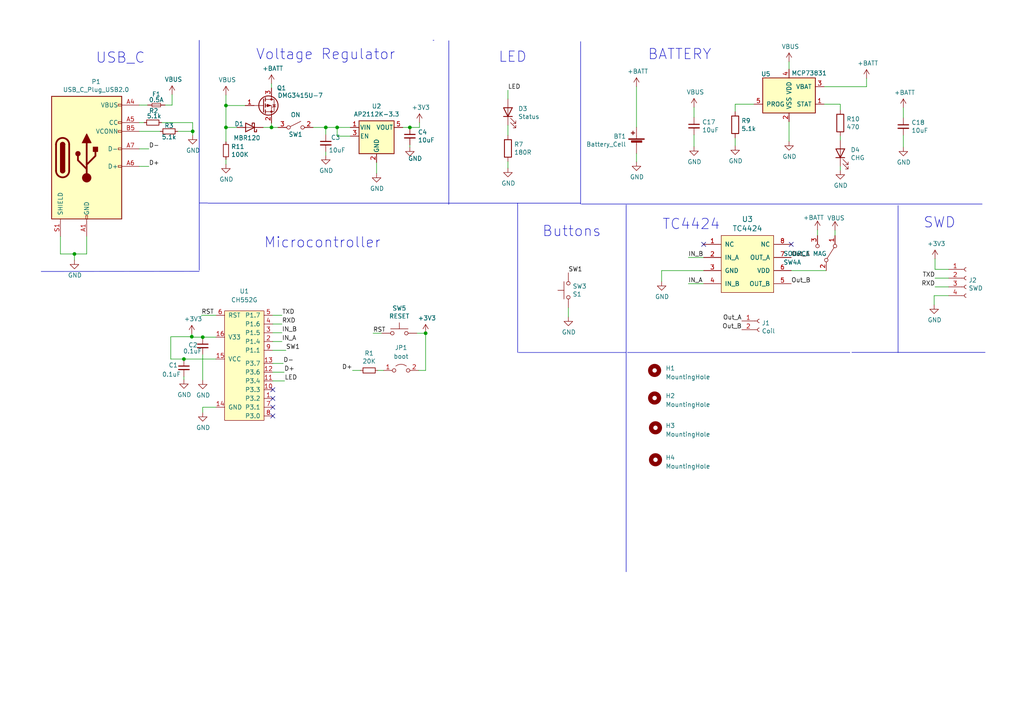
<source format=kicad_sch>
(kicad_sch (version 20230121) (generator eeschema)
  (paper "A4")
  (lib_symbols
    (symbol "Battery_Management:MCP73831-2-OT" (pin_names (offset 1.016))
      (property "Reference" "U" (at -7.62 6.35 0))
      (property "Value" "MCP73831-2-OT" (at 1.27 6.35 0))
      (symbol "MCP73831-2-OT_0_1"
        (rectangle (start -7.62 5.08) (end 7.62 -5.08) (stroke (width 0.254)) (fill (type background)))
      )
      (symbol "MCP73831-2-OT_1_1"
        (pin output line (at 10.16 -2.54 180) (length 2.54) (name "STAT") (number "1"))
        (pin power_in line (at 0 -7.62 90) (length 2.54) (name "VSS") (number "2"))
        (pin power_out line (at 10.16 2.54 180) (length 2.54) (name "VBAT") (number "3"))
        (pin power_in line (at 0 7.62 270) (length 2.54) (name "VDD") (number "4"))
        (pin input line (at -10.16 -2.54 0) (length 2.54) (name "PROG") (number "5"))
      )
    )
    (symbol "Connector:Conn_01x02_Female" (pin_names (offset 1.016) hide)
      (property "Reference" "J" (at 0 2.54 0))
      (property "Value" "Conn_01x02_Female" (at 0 -5.08 0))
      (symbol "Conn_01x02_Female_1_1"
        (arc (start 0 -2.032) (mid -0.5058 -2.54) (end 0 -3.048) (stroke (width 0.1524)))
        (polyline (pts (xy -1.27 -2.54) (xy -0.508 -2.54)) (stroke (width 0.1524)))
        (polyline (pts (xy -1.27 0) (xy -0.508 0)) (stroke (width 0.1524)))
        (arc (start 0 0.508) (mid -0.5058 0) (end 0 -0.508) (stroke (width 0.1524)))
        (pin passive line (at -5.08 0 0) (length 3.81) (name "Pin_1") (number "1"))
        (pin passive line (at -5.08 -2.54 0) (length 3.81) (name "Pin_2") (number "2"))
      )
    )
    (symbol "Connector:Conn_01x04_Female" (pin_names (offset 1.016) hide)
      (property "Reference" "J" (at 0 5.08 0))
      (property "Value" "Conn_01x04_Female" (at 0 -7.62 0))
      (symbol "Conn_01x04_Female_1_1"
        (arc (start 0 -4.572) (mid -0.5058 -5.08) (end 0 -5.588) (stroke (width 0.1524)))
        (arc (start 0 -2.032) (mid -0.5058 -2.54) (end 0 -3.048) (stroke (width 0.1524)))
        (polyline (pts (xy -1.27 -5.08) (xy -0.508 -5.08)) (stroke (width 0.1524)))
        (polyline (pts (xy -1.27 -2.54) (xy -0.508 -2.54)) (stroke (width 0.1524)))
        (polyline (pts (xy -1.27 0) (xy -0.508 0)) (stroke (width 0.1524)))
        (polyline (pts (xy -1.27 2.54) (xy -0.508 2.54)) (stroke (width 0.1524)))
        (arc (start 0 0.508) (mid -0.5058 0) (end 0 -0.508) (stroke (width 0.1524)))
        (arc (start 0 3.048) (mid -0.5058 2.54) (end 0 2.032) (stroke (width 0.1524)))
        (pin passive line (at -5.08 2.54 0) (length 3.81) (name "Pin_1") (number "1"))
        (pin passive line (at -5.08 0 0) (length 3.81) (name "Pin_2") (number "2"))
        (pin passive line (at -5.08 -2.54 0) (length 3.81) (name "Pin_3") (number "3"))
        (pin passive line (at -5.08 -5.08 0) (length 3.81) (name "Pin_4") (number "4"))
      )
    )
    (symbol "Connector:USB_C_Plug_USB2.0" (pin_names (offset 1.016))
      (property "Reference" "P" (at -10.16 19.05 0))
      (property "Value" "USB_C_Plug_USB2.0" (at 12.7 19.05 0))
      (symbol "USB_C_Plug_USB2.0_0_0"
        (rectangle (start -0.254 -17.78) (end 0.254 -16.764))
        (rectangle (start 10.16 -2.286) (end 9.144 -2.794))
        (rectangle (start 10.16 2.794) (end 9.144 2.286))
        (rectangle (start 10.16 7.874) (end 9.144 7.366))
        (rectangle (start 10.16 10.414) (end 9.144 9.906))
        (rectangle (start 10.16 15.494) (end 9.144 14.986))
      )
      (symbol "USB_C_Plug_USB2.0_0_1"
        (rectangle (start -10.16 17.78) (end 10.16 -17.78) (stroke (width 0.254)) (fill (type background)))
        (arc (start -8.89 -3.81) (mid -6.985 -5.7067) (end -5.08 -3.81) (stroke (width 0.508)))
        (arc (start -7.62 -3.81) (mid -6.985 -4.4423) (end -6.35 -3.81) (stroke (width 0.254)))
        (arc (start -7.62 -3.81) (mid -6.985 -4.4423) (end -6.35 -3.81) (stroke (width 0.254)) (fill (type outline)))
        (rectangle (start -7.62 -3.81) (end -6.35 3.81) (stroke (width 0.254)) (fill (type outline)))
        (arc (start -6.35 3.81) (mid -6.985 4.4423) (end -7.62 3.81) (stroke (width 0.254)))
        (arc (start -6.35 3.81) (mid -6.985 4.4423) (end -7.62 3.81) (stroke (width 0.254)) (fill (type outline)))
        (arc (start -5.08 3.81) (mid -6.985 5.7067) (end -8.89 3.81) (stroke (width 0.508)))
        (circle (center -2.54 1.143) (radius 0.635) (stroke (width 0.254)) (fill (type outline)))
        (circle (center 0 -5.842) (radius 1.27) (fill (type outline)))
        (polyline (pts (xy -8.89 -3.81) (xy -8.89 3.81)) (stroke (width 0.508)))
        (polyline (pts (xy -5.08 3.81) (xy -5.08 -3.81)) (stroke (width 0.508)))
        (polyline (pts (xy 0 -5.842) (xy 0 4.318)) (stroke (width 0.508)))
        (polyline (pts (xy 0 -3.302) (xy -2.54 -0.762) (xy -2.54 0.508)) (stroke (width 0.508)))
        (polyline (pts (xy 0 -2.032) (xy 2.54 0.508) (xy 2.54 1.778)) (stroke (width 0.508)))
        (polyline (pts (xy -1.27 4.318) (xy 0 6.858) (xy 1.27 4.318) (xy -1.27 4.318)) (stroke (width 0.254)) (fill (type outline)))
        (rectangle (start 1.905 1.778) (end 3.175 3.048) (stroke (width 0.254)) (fill (type outline)))
      )
      (symbol "USB_C_Plug_USB2.0_1_1"
        (pin passive line (at 0 -22.86 90) (length 5.08) (name "GND") (number "A1"))
        (pin passive line (at 0 -22.86 90) (length 5.08) hide (name "GND") (number "A12"))
        (pin passive line (at 15.24 15.24 180) (length 5.08) (name "VBUS") (number "A4"))
        (pin bidirectional line (at 15.24 10.16 180) (length 5.08) (name "CC") (number "A5"))
        (pin bidirectional line (at 15.24 -2.54 180) (length 5.08) (name "D+") (number "A6"))
        (pin bidirectional line (at 15.24 2.54 180) (length 5.08) (name "D-") (number "A7"))
        (pin passive line (at 15.24 15.24 180) (length 5.08) hide (name "VBUS") (number "A9"))
        (pin passive line (at 0 -22.86 90) (length 5.08) hide (name "GND") (number "B1"))
        (pin passive line (at 0 -22.86 90) (length 5.08) hide (name "GND") (number "B12"))
        (pin passive line (at 15.24 15.24 180) (length 5.08) hide (name "VBUS") (number "B4"))
        (pin bidirectional line (at 15.24 7.62 180) (length 5.08) (name "VCONN") (number "B5"))
        (pin passive line (at 15.24 15.24 180) (length 5.08) hide (name "VBUS") (number "B9"))
        (pin passive line (at -7.62 -22.86 90) (length 5.08) (name "SHIELD") (number "S1"))
      )
    )
    (symbol "Device:Battery_Cell" (pin_numbers hide) (pin_names (offset 0) hide)
      (property "Reference" "BT" (at 2.54 2.54 0))
      (property "Value" "Battery_Cell" (at 2.54 0 0))
      (symbol "Battery_Cell_0_1"
        (rectangle (start -2.286 1.778) (end 2.286 1.524) (fill (type outline)))
        (rectangle (start -1.5748 1.1938) (end 1.4732 0.6858) (fill (type outline)))
        (polyline (pts (xy 0 0.762) (xy 0 0)))
        (polyline (pts (xy 0 1.778) (xy 0 2.54)))
        (polyline (pts (xy 0.508 3.429) (xy 1.524 3.429)) (stroke (width 0.254)))
        (polyline (pts (xy 1.016 3.937) (xy 1.016 2.921)) (stroke (width 0.254)))
      )
      (symbol "Battery_Cell_1_1"
        (pin passive line (at 0 5.08 270) (length 2.54) (name "+") (number "1"))
        (pin passive line (at 0 -2.54 90) (length 2.54) (name "-") (number "2"))
      )
    )
    (symbol "Device:C_Small" (pin_numbers hide) (pin_names (offset 0.254) hide)
      (property "Reference" "C" (at 0.254 1.778 0))
      (property "Value" "C_Small" (at 0.254 -2.032 0))
      (symbol "C_Small_0_1"
        (polyline (pts (xy -1.524 -0.508) (xy 1.524 -0.508)) (stroke (width 0.3302)))
        (polyline (pts (xy -1.524 0.508) (xy 1.524 0.508)) (stroke (width 0.3048)))
      )
      (symbol "C_Small_1_1"
        (pin passive line (at 0 2.54 270) (length 2.032) (name "~") (number "1"))
        (pin passive line (at 0 -2.54 90) (length 2.032) (name "~") (number "2"))
      )
    )
    (symbol "Device:Fuse_Small" (pin_numbers hide) (pin_names (offset 0.254) hide)
      (property "Reference" "F" (at 0 -1.524 0))
      (property "Value" "Fuse_Small" (at 0 1.524 0))
      (symbol "Fuse_Small_0_1"
        (rectangle (start -1.27 0.508) (end 1.27 -0.508))
        (polyline (pts (xy -1.27 0) (xy 1.27 0)))
      )
      (symbol "Fuse_Small_1_1"
        (pin passive line (at -2.54 0 0) (length 1.27) (name "~") (number "1"))
        (pin passive line (at 2.54 0 180) (length 1.27) (name "~") (number "2"))
      )
    )
    (symbol "Device:LED" (pin_numbers hide) (pin_names (offset 1.016) hide)
      (property "Reference" "D" (at 0 2.54 0))
      (property "Value" "LED" (at 0 -2.54 0))
      (symbol "LED_0_1"
        (polyline (pts (xy -1.27 -1.27) (xy -1.27 1.27)) (stroke (width 0.254)))
        (polyline (pts (xy -1.27 0) (xy 1.27 0)))
        (polyline (pts (xy 1.27 -1.27) (xy 1.27 1.27) (xy -1.27 0) (xy 1.27 -1.27)) (stroke (width 0.254)))
        (polyline (pts (xy -3.048 -0.762) (xy -4.572 -2.286) (xy -3.81 -2.286) (xy -4.572 -2.286) (xy -4.572 -1.524)))
        (polyline (pts (xy -1.778 -0.762) (xy -3.302 -2.286) (xy -2.54 -2.286) (xy -3.302 -2.286) (xy -3.302 -1.524)))
      )
      (symbol "LED_1_1"
        (pin passive line (at -3.81 0 0) (length 2.54) (name "K") (number "1"))
        (pin passive line (at 3.81 0 180) (length 2.54) (name "A") (number "2"))
      )
    )
    (symbol "Device:Q_PMOS_GSD" (pin_names (offset 0) hide)
      (property "Reference" "Q" (at 5.08 1.27 0))
      (property "Value" "Q_PMOS_GSD" (at 5.08 -1.27 0))
      (symbol "Q_PMOS_GSD_0_1"
        (polyline (pts (xy 0.254 0) (xy -2.54 0)))
        (polyline (pts (xy 0.254 1.905) (xy 0.254 -1.905)) (stroke (width 0.254)))
        (polyline (pts (xy 0.762 -1.27) (xy 0.762 -2.286)) (stroke (width 0.254)))
        (polyline (pts (xy 0.762 0.508) (xy 0.762 -0.508)) (stroke (width 0.254)))
        (polyline (pts (xy 0.762 2.286) (xy 0.762 1.27)) (stroke (width 0.254)))
        (polyline (pts (xy 2.54 2.54) (xy 2.54 1.778)))
        (polyline (pts (xy 2.54 -2.54) (xy 2.54 0) (xy 0.762 0)))
        (polyline (pts (xy 0.762 1.778) (xy 3.302 1.778) (xy 3.302 -1.778) (xy 0.762 -1.778)))
        (polyline (pts (xy 2.286 0) (xy 1.27 0.381) (xy 1.27 -0.381) (xy 2.286 0)) (fill (type outline)))
        (polyline (pts (xy 2.794 -0.508) (xy 2.921 -0.381) (xy 3.683 -0.381) (xy 3.81 -0.254)))
        (polyline (pts (xy 3.302 -0.381) (xy 2.921 0.254) (xy 3.683 0.254) (xy 3.302 -0.381)))
        (circle (center 1.651 0) (radius 2.794) (stroke (width 0.254)))
        (circle (center 2.54 -1.778) (radius 0.254) (fill (type outline)))
        (circle (center 2.54 1.778) (radius 0.254) (fill (type outline)))
      )
      (symbol "Q_PMOS_GSD_1_1"
        (pin input line (at -5.08 0 0) (length 2.54) (name "G") (number "1"))
        (pin passive line (at 2.54 -5.08 90) (length 2.54) (name "S") (number "2"))
        (pin passive line (at 2.54 5.08 270) (length 2.54) (name "D") (number "3"))
      )
    )
    (symbol "Device:R" (pin_numbers hide) (pin_names (offset 0))
      (property "Reference" "R" (at 2.032 0 90))
      (property "Value" "R" (at 0 0 90))
      (symbol "R_0_1"
        (rectangle (start -1.016 -2.54) (end 1.016 2.54) (stroke (width 0.254)))
      )
      (symbol "R_1_1"
        (pin passive line (at 0 3.81 270) (length 1.27) (name "~") (number "1"))
        (pin passive line (at 0 -3.81 90) (length 1.27) (name "~") (number "2"))
      )
    )
    (symbol "Device:R_Small" (pin_numbers hide) (pin_names (offset 0.254) hide)
      (property "Reference" "R" (at 0.762 0.508 0))
      (property "Value" "R_Small" (at 0.762 -1.016 0))
      (symbol "R_Small_0_1"
        (rectangle (start -0.762 1.778) (end 0.762 -1.778) (stroke (width 0.2032)))
      )
      (symbol "R_Small_1_1"
        (pin passive line (at 0 2.54 270) (length 0.762) (name "~") (number "1"))
        (pin passive line (at 0 -2.54 90) (length 0.762) (name "~") (number "2"))
      )
    )
    (symbol "Diode:MBR340" (pin_numbers hide) (pin_names (offset 1.016) hide)
      (property "Reference" "D" (at 0 2.54 0))
      (property "Value" "MBR340" (at 0 -2.54 0))
      (symbol "MBR340_0_1"
        (polyline (pts (xy 1.27 0) (xy -1.27 0)))
        (polyline (pts (xy 1.27 1.27) (xy 1.27 -1.27) (xy -1.27 0) (xy 1.27 1.27)) (stroke (width 0.254)))
        (polyline (pts (xy -1.905 0.635) (xy -1.905 1.27) (xy -1.27 1.27) (xy -1.27 -1.27) (xy -0.635 -1.27) (xy -0.635 -0.635)) (stroke (width 0.254)))
      )
      (symbol "MBR340_1_1"
        (pin passive line (at -3.81 0 0) (length 2.54) (name "K") (number "1"))
        (pin passive line (at 3.81 0 180) (length 2.54) (name "A") (number "2"))
      )
    )
    (symbol "HunterCat-NFC-rescue:AP2112K-3.3-Regulator_Linear" (pin_names (offset 0.254))
      (property "Reference" "U" (at -5.08 5.715 0))
      (property "Value" "AP2112K-3.3-Regulator_Linear" (at 0 5.715 0))
      (symbol "AP2112K-3.3-Regulator_Linear_0_1"
        (rectangle (start -5.08 4.445) (end 5.08 -5.08) (stroke (width 0.254)) (fill (type background)))
      )
      (symbol "AP2112K-3.3-Regulator_Linear_1_1"
        (pin power_in line (at -7.62 2.54 0) (length 2.54) (name "VIN") (number "1"))
        (pin power_in line (at 0 -7.62 90) (length 2.54) (name "GND") (number "2"))
        (pin input line (at -7.62 0 0) (length 2.54) (name "EN") (number "3"))
        (pin no_connect line (at 7.62 0 180) (length 2.54) hide (name "NC") (number "4"))
        (pin power_out line (at 7.62 2.54 180) (length 2.54) (name "VOUT") (number "5"))
      )
    )
    (symbol "Jumper:Jumper_2_Open" (pin_names (offset 0) hide)
      (property "Reference" "JP" (at 0 2.794 0))
      (property "Value" "Jumper_2_Open" (at 0 -2.286 0))
      (symbol "Jumper_2_Open_0_0"
        (circle (center -2.032 0) (radius 0.508))
        (circle (center 2.032 0) (radius 0.508))
      )
      (symbol "Jumper_2_Open_0_1"
        (arc (start 1.524 1.27) (mid 0 1.778) (end -1.524 1.27))
      )
      (symbol "Jumper_2_Open_1_1"
        (pin passive line (at -5.08 0 0) (length 2.54) (name "A") (number "1"))
        (pin passive line (at 5.08 0 180) (length 2.54) (name "B") (number "2"))
      )
    )
    (symbol "Magspoof_V3-rescue:TC4424-electroniccats" (pin_names (offset 1.016))
      (property "Reference" "U" (at -7.62 10.16 0))
      (property "Value" "TC4424-electroniccats" (at 3.81 10.16 0))
      (symbol "TC4424-electroniccats_0_1"
        (rectangle (start -7.62 8.89) (end 7.62 -7.62) (fill (type background)))
      )
      (symbol "TC4424-electroniccats_1_1"
        (pin input line (at -12.7 6.35 0) (length 5.08) (name "NC") (number "1"))
        (pin input line (at -12.7 2.54 0) (length 5.08) (name "IN_A") (number "2"))
        (pin input line (at -12.7 -1.27 0) (length 5.08) (name "GND") (number "3"))
        (pin input line (at -12.7 -5.08 0) (length 5.08) (name "IN_B") (number "4"))
        (pin input line (at 12.7 -5.08 180) (length 5.08) (name "OUT_B") (number "5"))
        (pin input line (at 12.7 -1.27 180) (length 5.08) (name "VDD") (number "6"))
        (pin input line (at 12.7 2.54 180) (length 5.08) (name "OUT_A") (number "7"))
        (pin input line (at 12.7 6.35 180) (length 5.08) (name "NC") (number "8"))
      )
    )
    (symbol "Mechanical:MountingHole" (pin_names (offset 1.016))
      (property "Reference" "H" (at 0 5.08 0))
      (property "Value" "MountingHole" (at 0 3.175 0))
      (symbol "MountingHole_0_1"
        (circle (center 0 0) (radius 1.27) (stroke (width 1.27)))
      )
    )
    (symbol "Switch:SW_DPDT_x2" (pin_names (offset 0) hide)
      (property "Reference" "SW" (at 0 4.318 0))
      (property "Value" "SW_DPDT_x2" (at 0 -5.08 0))
      (symbol "SW_DPDT_x2_0_0"
        (circle (center -2.032 0) (radius 0.508))
        (circle (center 2.032 -2.54) (radius 0.508))
      )
      (symbol "SW_DPDT_x2_0_1"
        (polyline (pts (xy -1.524 0.254) (xy 1.651 2.286)))
        (circle (center 2.032 2.54) (radius 0.508))
      )
      (symbol "SW_DPDT_x2_1_1"
        (pin passive line (at 5.08 2.54 180) (length 2.54) (name "A") (number "1"))
        (pin passive line (at -5.08 0 0) (length 2.54) (name "B") (number "2"))
        (pin passive line (at 5.08 -2.54 180) (length 2.54) (name "C") (number "3"))
      )
      (symbol "SW_DPDT_x2_2_1"
        (pin passive line (at 5.08 2.54 180) (length 2.54) (name "A") (number "4"))
        (pin passive line (at -5.08 0 0) (length 2.54) (name "B") (number "5"))
        (pin passive line (at 5.08 -2.54 180) (length 2.54) (name "C") (number "6"))
      )
    )
    (symbol "Switch:SW_Push" (pin_numbers hide) (pin_names (offset 1.016) hide)
      (property "Reference" "SW" (at 1.27 2.54 0))
      (property "Value" "SW_Push" (at 0 -1.524 0))
      (symbol "SW_Push_0_1"
        (circle (center -2.032 0) (radius 0.508))
        (polyline (pts (xy 0 1.27) (xy 0 3.048)))
        (polyline (pts (xy 2.54 1.27) (xy -2.54 1.27)))
        (circle (center 2.032 0) (radius 0.508))
        (pin passive line (at -5.08 0 0) (length 2.54) (name "1") (number "1"))
        (pin passive line (at 5.08 0 180) (length 2.54) (name "2") (number "2"))
      )
    )
    (symbol "Switch:SW_SPST" (pin_names (offset 0) hide)
      (property "Reference" "SW1" (at 0 -2.032 0))
      (property "Value" "ON" (at 0 3.6576 0))
      (symbol "SW_SPST_0_0"
        (circle (center -2.032 0) (radius 0.508))
        (polyline (pts (xy -1.524 0.254) (xy 1.524 1.778)))
        (circle (center 2.032 0) (radius 0.508))
      )
      (symbol "SW_SPST_1_1"
        (pin passive line (at 5.08 0 180) (length 2.54) (name "B") (number "2"))
        (pin passive line (at -5.08 0 0) (length 2.54) (name "A") (number "3"))
      )
    )
    (symbol "electroniccats:CH552G" (pin_names (offset 1.016))
      (property "Reference" "U?" (at 0.635 12.065 0))
      (property "Value" "CH552G" (at 0.635 9.525 0))
      (symbol "CH552G_0_1"
        (rectangle (start -5.08 6.35) (end 6.35 -25.4) (fill (type background)))
      )
      (symbol "CH552G_1_1"
        (pin input line (at 8.89 -19.05 180) (length 2.54) (name "P3.2") (number "1"))
        (pin input line (at 8.89 -16.51 180) (length 2.54) (name "P3.3") (number "10"))
        (pin input line (at 8.89 -13.97 180) (length 2.54) (name "P3.4") (number "11"))
        (pin input line (at 8.89 -11.43 180) (length 2.54) (name "P3.6") (number "12"))
        (pin input line (at 8.89 -8.89 180) (length 2.54) (name "P3.7") (number "13"))
        (pin input line (at -7.62 -21.59 0) (length 2.54) (name "GND") (number "14"))
        (pin input line (at -7.62 -7.62 0) (length 2.54) (name "VCC") (number "15"))
        (pin input line (at -7.62 -1.27 0) (length 2.54) (name "V33") (number "16"))
        (pin input line (at 8.89 -2.54 180) (length 2.54) (name "P1.4") (number "2"))
        (pin input line (at 8.89 0 180) (length 2.54) (name "P1.5") (number "3"))
        (pin input line (at 8.89 2.54 180) (length 2.54) (name "P1.6") (number "4"))
        (pin input line (at 8.89 5.08 180) (length 2.54) (name "P1.7") (number "5"))
        (pin input line (at -7.62 5.08 0) (length 2.54) (name "RST") (number "6"))
        (pin input line (at 8.89 -21.59 180) (length 2.54) (name "P3.1") (number "7"))
        (pin input line (at 8.89 -24.13 180) (length 2.54) (name "P3.0") (number "8"))
        (pin input line (at 8.89 -5.08 180) (length 2.54) (name "P1.1") (number "9"))
      )
    )
    (symbol "power:+3V3" (power) (pin_names (offset 0))
      (property "Value" "+3V3" (at 0 3.556 0))
      (symbol "+3V3_0_1"
        (polyline (pts (xy -0.762 1.27) (xy 0 2.54)))
        (polyline (pts (xy 0 0) (xy 0 2.54)))
        (polyline (pts (xy 0 2.54) (xy 0.762 1.27)))
      )
      (symbol "+3V3_1_1"
        (pin power_in line (at 0 0 90) (length 0) hide (name "+3V3") (number "1"))
      )
    )
    (symbol "power:+BATT" (power) (pin_names (offset 0))
      (property "Value" "+BATT" (at 0 3.556 0))
      (symbol "+BATT_0_1"
        (polyline (pts (xy -0.762 1.27) (xy 0 2.54)))
        (polyline (pts (xy 0 0) (xy 0 2.54)))
        (polyline (pts (xy 0 2.54) (xy 0.762 1.27)))
      )
      (symbol "+BATT_1_1"
        (pin power_in line (at 0 0 90) (length 0) hide (name "+BATT") (number "1"))
      )
    )
    (symbol "power:GND" (power) (pin_names (offset 0))
      (property "Value" "GND" (at 0 -3.81 0))
      (symbol "GND_0_1"
        (polyline (pts (xy 0 0) (xy 0 -1.27) (xy 1.27 -1.27) (xy 0 -2.54) (xy -1.27 -1.27) (xy 0 -1.27)))
      )
      (symbol "GND_1_1"
        (pin power_in line (at 0 0 270) (length 0) hide (name "GND") (number "1"))
      )
    )
    (symbol "power:VBUS" (power) (pin_names (offset 0))
      (property "Value" "VBUS" (at 0 3.81 0))
      (symbol "VBUS_0_1"
        (polyline (pts (xy -0.762 1.27) (xy 0 2.54)))
        (polyline (pts (xy 0 0) (xy 0 2.54)))
        (polyline (pts (xy 0 2.54) (xy 0.762 1.27)))
      )
      (symbol "VBUS_1_1"
        (pin power_in line (at 0 0 90) (length 0) hide (name "VBUS") (number "1"))
      )
    )
  )
  (junction (at 78.74 36.957))
  (junction (at 94.488 36.957))
  (junction (at 97.79 36.957))
  (junction (at 58.801 97.79))
  (junction (at 21.59 73.66))
  (junction (at 118.872 36.957))
  (junction (at 123.444 96.647))
  (junction (at 55.88 38.1))
  (junction (at 65.532 30.607))
  (junction (at 55.626 97.663))
  (junction (at 53.34 104.14))
  (junction (at 65.532 36.957))
  (no_connect (at 79.121 120.65))
  (no_connect (at 79.121 113.03))
  (no_connect (at 204.089 70.866))
  (no_connect (at 79.121 115.57))
  (no_connect (at 229.489 70.866))
  (no_connect (at 79.121 118.11))
  (wire (pts (xy 65.532 36.957) (xy 65.532 41.148)))
  (wire (pts (xy 78.74 25.527) (xy 78.74 24.257)))
  (wire (pts (xy 49.53 97.663) (xy 55.626 97.663)))
  (wire (pts (xy 78.74 36.957) (xy 76.327 36.957)))
  (wire (pts (xy 121.666 36.957) (xy 121.666 35.56)))
  (wire (pts (xy 201.295 31.115) (xy 201.295 34.036)))
  (wire (pts (xy 184.6072 25.0952) (xy 184.6072 36.9062)))
  (wire (pts (xy 97.79 36.957) (xy 101.6 36.957)))
  (wire (pts (xy 199.644 82.296) (xy 204.089 82.296)))
  (wire (pts (xy 243.713 39.497) (xy 243.713 40.64)))
  (wire (pts (xy 55.88 38.1) (xy 55.88 39.243)))
  (wire (pts (xy 147.32 36.322) (xy 147.32 39.243)))
  (wire (pts (xy 116.84 36.957) (xy 118.872 36.957)))
  (polyline (pts (xy 181.61 102.362) (xy 181.61 165.8366)))
  (wire (pts (xy 229.489 78.486) (xy 239.649 78.486)))
  (wire (pts (xy 65.532 30.607) (xy 65.532 27.559)))
  (wire (pts (xy 79.121 101.6) (xy 82.931 101.6)))
  (wire (pts (xy 228.854 17.907) (xy 228.854 20.066)))
  (wire (pts (xy 123.444 107.442) (xy 123.444 96.647)))
  (wire (pts (xy 49.911 30.48) (xy 49.911 27.432)))
  (wire (pts (xy 270.9418 88.4174) (xy 270.9418 85.7504)))
  (wire (pts (xy 46.863 35.56) (xy 55.88 35.56)))
  (wire (pts (xy 147.32 46.863) (xy 147.32 48.768)))
  (polyline (pts (xy 247.0658 102.2096) (xy 285.7246 102.2096)))
  (wire (pts (xy 120.904 96.647) (xy 123.444 96.647)))
  (wire (pts (xy 164.846 91.948) (xy 164.846 89.281)))
  (wire (pts (xy 43.18 43.18) (xy 40.386 43.18)))
  (wire (pts (xy 79.121 105.41) (xy 82.169 105.41)))
  (wire (pts (xy 97.79 39.497) (xy 97.79 36.957)))
  (wire (pts (xy 79.121 93.98) (xy 81.788 93.98)))
  (wire (pts (xy 121.412 107.442) (xy 123.444 107.442)))
  (wire (pts (xy 49.53 97.663) (xy 49.53 104.14)))
  (wire (pts (xy 191.897 78.486) (xy 204.089 78.486)))
  (wire (pts (xy 94.488 36.957) (xy 97.79 36.957)))
  (wire (pts (xy 243.713 48.26) (xy 243.713 49.403)))
  (wire (pts (xy 65.532 46.228) (xy 65.532 47.625)))
  (wire (pts (xy 213.233 30.226) (xy 213.233 32.385)))
  (wire (pts (xy 97.79 39.497) (xy 101.6 39.497)))
  (wire (pts (xy 201.295 39.116) (xy 201.295 42.545)))
  (wire (pts (xy 118.872 42.037) (xy 118.872 42.672)))
  (wire (pts (xy 228.854 35.306) (xy 228.854 41.021)))
  (wire (pts (xy 80.645 36.957) (xy 78.74 36.957)))
  (wire (pts (xy 275.1328 78.1304) (xy 271.1958 78.1304)))
  (wire (pts (xy 68.707 36.957) (xy 65.532 36.957)))
  (polyline (pts (xy 168.402 58.928) (xy 60.325 58.928)))
  (wire (pts (xy 251.333 22.733) (xy 251.333 25.146)))
  (wire (pts (xy 118.872 36.957) (xy 121.666 36.957)))
  (polyline (pts (xy 260.477 102.2604) (xy 260.477 59.5884)))
  (wire (pts (xy 237.109 66.675) (xy 237.109 68.326)))
  (wire (pts (xy 271.1958 78.1304) (xy 271.1958 75.0824)))
  (polyline (pts (xy 150.368 102.235) (xy 181.61 102.235)))
  (wire (pts (xy 21.59 73.66) (xy 21.59 75.438)))
  (polyline (pts (xy 150.1394 102.235) (xy 150.1394 58.928)))
  (wire (pts (xy 79.121 110.49) (xy 82.55 110.49)))
  (wire (pts (xy 55.626 97.79) (xy 58.801 97.79)))
  (wire (pts (xy 102.235 107.442) (xy 104.521 107.442)))
  (polyline (pts (xy 57.785 78.6892) (xy 11.938 78.74)))
  (wire (pts (xy 46.482 38.1) (xy 40.386 38.1)))
  (polyline (pts (xy 181.991 102.235) (xy 246.507 102.235)))
  (polyline (pts (xy 168.656 59.182) (xy 284.861 59.182)))
  (wire (pts (xy 17.526 68.58) (xy 17.526 73.66)))
  (wire (pts (xy 53.34 109.22) (xy 53.34 110.109)))
  (wire (pts (xy 25.146 68.58) (xy 25.146 73.66)))
  (wire (pts (xy 147.32 26.162) (xy 147.32 28.702)))
  (wire (pts (xy 184.6072 46.9392) (xy 184.6072 44.5262)))
  (wire (pts (xy 55.626 97.663) (xy 55.626 96.901)))
  (polyline (pts (xy 150.1394 58.928) (xy 150.114 58.928)))
  (wire (pts (xy 262.001 31.242) (xy 262.001 34.163)))
  (wire (pts (xy 17.526 73.66) (xy 21.59 73.66)))
  (wire (pts (xy 79.121 91.44) (xy 81.788 91.44)))
  (polyline (pts (xy 130.175 59.309) (xy 130.175 11.811)))
  (polyline (pts (xy 125.603 11.684) (xy 125.857 11.684)))
  (wire (pts (xy 199.644 74.676) (xy 204.089 74.676)))
  (wire (pts (xy 270.9418 85.7504) (xy 275.1328 85.7504)))
  (wire (pts (xy 251.333 25.146) (xy 239.014 25.146)))
  (wire (pts (xy 78.74 35.687) (xy 78.74 36.957)))
  (polyline (pts (xy 57.785 58.8772) (xy 60.2234 58.8772)))
  (wire (pts (xy 43.18 48.26) (xy 40.386 48.26)))
  (wire (pts (xy 109.601 107.442) (xy 111.252 107.442)))
  (wire (pts (xy 62.611 97.79) (xy 58.801 97.79)))
  (wire (pts (xy 243.713 30.226) (xy 239.014 30.226)))
  (wire (pts (xy 79.121 96.52) (xy 81.788 96.52)))
  (wire (pts (xy 58.801 118.11) (xy 58.801 119.634)))
  (wire (pts (xy 53.34 104.14) (xy 49.53 104.14)))
  (wire (pts (xy 62.611 91.44) (xy 58.42 91.44)))
  (wire (pts (xy 271.1958 80.6704) (xy 275.1328 80.6704)))
  (wire (pts (xy 90.805 36.957) (xy 94.488 36.957)))
  (wire (pts (xy 51.562 38.1) (xy 55.88 38.1)))
  (wire (pts (xy 109.22 47.117) (xy 109.22 50.292)))
  (polyline (pts (xy 168.402 59.182) (xy 168.402 12.065)))
  (wire (pts (xy 62.611 104.14) (xy 53.34 104.14)))
  (wire (pts (xy 275.1328 83.2104) (xy 271.1958 83.2104)))
  (wire (pts (xy 40.386 35.56) (xy 41.783 35.56)))
  (wire (pts (xy 94.488 38.989) (xy 94.488 36.957)))
  (wire (pts (xy 110.744 96.647) (xy 108.204 96.647)))
  (wire (pts (xy 242.189 66.802) (xy 242.189 68.326)))
  (wire (pts (xy 58.801 102.87) (xy 58.801 110.236)))
  (polyline (pts (xy 181.61 102.235) (xy 181.61 59.436)))
  (polyline (pts (xy 57.785 11.684) (xy 57.785 78.359)))
  (wire (pts (xy 62.611 118.11) (xy 58.801 118.11)))
  (wire (pts (xy 42.799 30.48) (xy 40.386 30.48)))
  (wire (pts (xy 243.713 31.877) (xy 243.713 30.226)))
  (wire (pts (xy 47.879 30.48) (xy 49.911 30.48)))
  (wire (pts (xy 25.146 73.66) (xy 21.59 73.66)))
  (wire (pts (xy 218.694 30.226) (xy 213.233 30.226)))
  (wire (pts (xy 55.626 97.79) (xy 55.626 97.663)))
  (wire (pts (xy 191.897 81.661) (xy 191.897 78.486)))
  (wire (pts (xy 94.488 44.069) (xy 94.488 45.085)))
  (wire (pts (xy 65.532 36.957) (xy 65.532 30.607)))
  (wire (pts (xy 55.88 35.56) (xy 55.88 38.1)))
  (wire (pts (xy 79.121 99.06) (xy 81.788 99.06)))
  (wire (pts (xy 262.001 39.243) (xy 262.001 42.672)))
  (wire (pts (xy 213.233 42.291) (xy 213.233 40.005)))
  (wire (pts (xy 71.12 30.607) (xy 65.532 30.607)))
  (wire (pts (xy 79.121 107.95) (xy 82.423 107.95)))
  (text "TC4424" (at 192.024 66.929 0) (effects (font (size 2.9972 2.9972)) (justify left bottom)))
  (text "Microcontroller" (at 76.5048 72.2376 0) (effects (font (size 2.9972 2.9972)) (justify left bottom)))
  (text "SWD" (at 267.7668 66.4464 0) (effects (font (size 2.9972 2.9972)) (justify left bottom)))
  (text "Buttons" (at 157.226 68.961 0) (effects (font (size 2.9972 2.9972)) (justify left bottom)))
  (text "USB_C" (at 27.686 18.669 0) (effects (font (size 2.9972 2.9972)) (justify left bottom)))
  (text "Voltage Regulator" (at 74.168 17.653 0) (effects (font (size 2.9972 2.9972)) (justify left bottom)))
  (text "LED" (at 144.526 18.415 0) (effects (font (size 2.9972 2.9972)) (justify left bottom)))
  (text "BATTERY\n" (at 187.833 17.653 0) (effects (font (size 2.9972 2.9972)) (justify left bottom)))
  (label "D-" (at 82.169 105.41 0))
  (label "IN_B" (at 81.788 96.52 0))
  (label "SW1" (at 82.931 101.6 0))
  (label "D+" (at 82.423 107.95 0))
  (label "LED" (at 82.55 110.49 0))
  (label "Out_A" (at 215.138 93.091 180))
  (label "RXD" (at 271.1958 83.2104 180))
  (label "LED" (at 147.32 26.162 0))
  (label "D+" (at 43.18 48.26 0))
  (label "IN_A" (at 199.644 82.296 0))
  (label "Out_A" (at 229.489 74.676 0))
  (label "D+" (at 102.235 107.442 180))
  (label "RST" (at 108.204 96.647 0))
  (label "D-" (at 43.18 43.18 0))
  (label "Out_B" (at 229.489 82.296 0))
  (label "SW1" (at 164.846 79.121 0))
  (label "TXD" (at 271.1958 80.6704 180))
  (label "RXD" (at 81.788 93.98 0))
  (label "RST" (at 58.42 91.44 0))
  (label "TXD" (at 81.788 91.44 0))
  (label "IN_A" (at 81.788 99.06 0))
  (label "Out_B" (at 215.138 95.631 180))
  (label "IN_B" (at 199.644 74.676 0))
  (symbol (lib_id "electroniccats:CH552G") (at 70.231 96.52 0) (unit 1)
    (property "Reference" "U1" (at 70.866 84.455 0))
    (property "Value" "CH552G" (at 70.866 86.995 0))
    (property "Footprint" "Package_SO:SOP-16_4.55x10.3mm_P1.27mm" (effects hide))
    (property "Datasheet" "https://datasheet.lcsc.com/lcsc/2008191734_WCH-Jiangsu-Qin-Heng-CH552G_C111292.pdf" (effects hide))
    (property "LCSC#" "C111292" (effects hide))
    (property "Proveedor" "LCSC" (effects hide))
    (property "manf#" "CH552G" (effects hide))
  )
  (symbol (lib_id "power:GND") (at 53.34 110.109 0) (unit 1)
    (property "Reference" "#PWR0103" (effects hide))
    (property "Value" "GND" (at 53.467 114.5032 0))
  )
  (symbol (lib_id "Device:R_Small") (at 49.022 38.1 270) (unit 1)
    (property "Reference" "R3" (at 49.022 36.449 90))
    (property "Value" "5.1k" (at 49.022 39.751 90))
    (property "Footprint" "Resistor_SMD:R_0402_1005Metric" (effects hide))
    (property "Datasheet" "https://datasheet.lcsc.com/lcsc/1810170519_PANASONIC-ERJ3RBD5101V_C191782.pdf" (effects hide))
    (property "LCSC#" "C317922" (effects hide))
    (property "manf#" "HP02WAF2002TCE" (effects hide))
    (property "Proveedor" "LCSC" (effects hide))
  )
  (symbol (lib_id "power:+BATT") (at 237.109 66.675 0) (unit 1)
    (property "Reference" "#PWR057" (effects hide))
    (property "Value" "+BATT" (at 235.966 63.119 0))
  )
  (symbol (lib_id "Mechanical:MountingHole") (at 189.865 107.442 0) (unit 1)
    (property "Reference" "H1" (at 193.04 106.807 0) (effects (justify left)))
    (property "Value" "MountingHole" (at 193.04 109.347 0) (effects (justify left)))
    (property "Footprint" "MountingHole:MountingHole_2.2mm_M2" (effects hide))
  )
  (symbol (lib_id "Magspoof_V3-rescue:TC4424-electroniccats") (at 216.789 77.216 0) (unit 1)
    (property "Reference" "U3" (at 216.789 63.5762 0) (effects (font (size 1.524 1.524))))
    (property "Value" "TC4424" (at 216.789 66.2686 0) (effects (font (size 1.524 1.524))))
    (property "Footprint" "Package_SO:SOIC-8_3.9x4.9mm_P1.27mm" (effects hide))
    (property "Datasheet" "https://www.mouser.mx/datasheet/2/268/21998b-53545.pdf" (effects hide))
    (property "manf#" "TC4424AVOA713" (effects hide))
    (property "LCSC#" "C44150" (effects hide))
    (property "Proveedor" "LCSC" (effects hide))
  )
  (symbol (lib_id "power:+BATT") (at 78.74 24.257 0) (unit 1)
    (property "Reference" "#PWR012" (effects hide))
    (property "Value" "+BATT" (at 79.121 19.8628 0))
  )
  (symbol (lib_id "power:VBUS") (at 201.295 31.115 0) (unit 1)
    (property "Reference" "#PWR049" (effects hide))
    (property "Value" "VBUS" (at 201.676 26.7208 0))
  )
  (symbol (lib_id "power:GND") (at 262.001 42.672 0) (unit 1)
    (property "Reference" "#PWR062" (effects hide))
    (property "Value" "GND" (at 262.128 47.0662 0))
  )
  (symbol (lib_id "Battery_Management:MCP73831-2-OT") (at 228.854 27.686 0) (unit 1)
    (property "Reference" "U5" (at 222.123 21.463 0))
    (property "Value" "MCP73831" (at 234.696 21.209 0))
    (property "Footprint" "Package_TO_SOT_SMD:SOT-23-5" (effects hide))
    (property "Datasheet" "http://ww1.microchip.com/downloads/en/DeviceDoc/20001984g.pdf" (effects hide))
    (property "manf#" "MCP73831T-2ACI/OT" (effects hide))
    (property "Proveedor" "LCSC" (effects hide))
    (property "LCSC#" "C424093" (effects hide))
  )
  (symbol (lib_id "power:GND") (at 201.295 42.545 0) (unit 1)
    (property "Reference" "#PWR050" (effects hide))
    (property "Value" "GND" (at 201.422 46.9392 0))
  )
  (symbol (lib_id "Mechanical:MountingHole") (at 189.865 115.443 0) (unit 1)
    (property "Reference" "H2" (at 193.04 114.808 0) (effects (justify left)))
    (property "Value" "MountingHole" (at 193.04 117.348 0) (effects (justify left)))
    (property "Footprint" "MountingHole:MountingHole_2.2mm_M2" (effects hide))
  )
  (symbol (lib_id "Device:Q_PMOS_GSD") (at 76.2 30.607 0) (unit 1)
    (property "Reference" "Q1" (at 80.264 25.527 0) (effects (justify left)))
    (property "Value" "DMG3415U-7" (at 80.518 27.686 0) (effects (justify left)))
    (property "Footprint" "Package_TO_SOT_SMD:SOT-23" (effects hide))
    (property "Datasheet" "https://www.mouser.mx/datasheet/2/115/ds31735-64958.pdf" (effects hide))
    (property "LCSC#" "C96616" (effects hide))
    (property "manf#" "DMG3415UQ-7" (effects hide))
    (property "Proveedor" "LCSC" (effects hide))
  )
  (symbol (lib_id "Switch:SW_Push") (at 164.846 84.201 90) (unit 1)
    (property "Reference" "SW3" (at 166.0652 83.0326 90) (effects (justify right)))
    (property "Value" "S1" (at 166.0652 85.344 90) (effects (justify right)))
    (property "Footprint" "Button_Switch_SMD:SW_SPST_TL3342" (effects hide))
    (property "Datasheet" "https://datasheet.lcsc.com/lcsc/2205161616_E-Switch-TL3342F450QG_C2886897.pdf" (effects hide))
    (property "manf#" "TL3342F450QG" (effects hide))
    (property "LCSC#" "C318889" (effects hide))
    (property "Proveedor" "LCSC" (effects hide))
  )
  (symbol (lib_id "power:GND") (at 147.32 48.768 0) (unit 1)
    (property "Reference" "#PWR033" (effects hide))
    (property "Value" "GND" (at 147.447 53.1622 0))
  )
  (symbol (lib_id "power:GND") (at 270.9418 88.4174 0) (unit 1)
    (property "Reference" "#PWR063" (effects hide))
    (property "Value" "GND" (at 271.0688 92.8116 0))
  )
  (symbol (lib_id "power:+BATT") (at 262.001 31.242 0) (unit 1)
    (property "Reference" "#PWR061" (effects hide))
    (property "Value" "+BATT" (at 262.382 26.8478 0))
  )
  (symbol (lib_id "Device:R_Small") (at 44.323 35.56 270) (unit 1)
    (property "Reference" "R2" (at 44.577 32.131 90))
    (property "Value" "5.1k" (at 44.704 33.655 90))
    (property "Footprint" "Resistor_SMD:R_0402_1005Metric" (effects hide))
    (property "Datasheet" "https://datasheet.lcsc.com/lcsc/1810170519_PANASONIC-ERJ3RBD5101V_C191782.pdf" (effects hide))
    (property "LCSC#" "C317922" (effects hide))
    (property "manf#" "HP02WAF2002TCE" (effects hide))
    (property "Proveedor" "LCSC" (effects hide))
  )
  (symbol (lib_id "Device:C_Small") (at 118.872 39.497 0) (unit 1)
    (property "Reference" "C4" (at 121.2088 38.3286 0) (effects (justify left)))
    (property "Value" "10uF" (at 121.2088 40.64 0) (effects (justify left)))
    (property "Footprint" "Capacitor_SMD:C_0402_1005Metric" (effects hide))
    (property "Datasheet" "~https://datasheet.lcsc.com/lcsc/1811021421_Samsung-Electro-Mechanics-CL10A106MP8NNNC_C85713.pdf" (effects hide))
    (property "manf#" "CL05A106MP5NUNC" (effects hide))
    (property "LCSC#" "C315248" (effects hide))
    (property "Proveedor" "LCSC" (effects hide))
  )
  (symbol (lib_id "Device:R_Small") (at 107.061 107.442 270) (unit 1)
    (property "Reference" "R1" (at 107.061 102.4636 90))
    (property "Value" "20K" (at 107.061 104.775 90))
    (property "Footprint" "Resistor_SMD:R_0402_1005Metric" (effects hide))
    (property "Datasheet" "https://www.mouser.mx/datasheet/2/54/cr-1858361.pdf" (effects hide))
    (property "manf#" "ERJ-H2RD2002X" (effects hide))
    (property "LCSC#" "C2759509" (effects hide))
    (property "Proveedor" "LCSC" (effects hide))
  )
  (symbol (lib_id "power:+3V3") (at 123.444 96.647 0) (unit 1)
    (property "Reference" "#PWR0101" (effects hide))
    (property "Value" "+3V3" (at 123.825 92.2528 0))
  )
  (symbol (lib_id "power:GND") (at 58.801 119.634 0) (unit 1)
    (property "Reference" "#PWR0105" (effects hide))
    (property "Value" "GND" (at 58.928 124.0282 0))
  )
  (symbol (lib_id "power:VBUS") (at 65.532 27.559 0) (unit 1)
    (property "Reference" "#PWR07" (effects hide))
    (property "Value" "VBUS" (at 65.913 23.1648 0))
  )
  (symbol (lib_id "power:VBUS") (at 228.854 17.907 0) (unit 1)
    (property "Reference" "#PWR055" (effects hide))
    (property "Value" "VBUS" (at 229.235 13.5128 0))
  )
  (symbol (lib_id "power:+3V3") (at 271.1958 75.0824 0) (unit 1)
    (property "Reference" "#PWR064" (effects hide))
    (property "Value" "+3V3" (at 271.5768 70.6882 0))
  )
  (symbol (lib_id "HunterCat-NFC-rescue:AP2112K-3.3-Regulator_Linear") (at 109.22 39.497 0) (unit 1)
    (property "Reference" "U2" (at 109.22 30.8102 0))
    (property "Value" "AP2112K-3.3" (at 109.22 33.1216 0))
    (property "Footprint" "Package_TO_SOT_SMD:SOT-23-5" (effects hide))
    (property "Datasheet" "https://www.diodes.com/assets/Datasheets/AP2112.pdf" (effects hide))
    (property "manf#" "RT9013-33GB" (effects hide))
    (property "LCSC#" "C47773" (effects hide))
    (property "Proveedor" "LCSC" (effects hide))
  )
  (symbol (lib_id "power:GND") (at 228.854 41.021 0) (unit 1)
    (property "Reference" "#PWR056" (effects hide))
    (property "Value" "GND" (at 228.981 45.4152 0))
  )
  (symbol (lib_id "power:GND") (at 243.713 49.403 0) (unit 1)
    (property "Reference" "#PWR059" (effects hide))
    (property "Value" "GND" (at 243.84 53.7972 0))
  )
  (symbol (lib_id "power:GND") (at 184.6072 46.9392 0) (unit 1)
    (property "Reference" "#PWR045" (effects hide))
    (property "Value" "GND" (at 184.7342 51.3334 0))
  )
  (symbol (lib_id "power:+3V3") (at 55.626 96.901 0) (unit 1)
    (property "Reference" "#PWR0102" (effects hide))
    (property "Value" "+3V3" (at 56.007 92.5068 0))
  )
  (symbol (lib_id "power:GND") (at 55.88 39.243 0) (unit 1)
    (property "Reference" "#PWR05" (effects hide))
    (property "Value" "GND" (at 56.007 43.6372 0))
  )
  (symbol (lib_id "Device:R") (at 213.233 36.195 0) (unit 1)
    (property "Reference" "R9" (at 215.011 35.0266 0) (effects (justify left)))
    (property "Value" "5.1k" (at 215.011 37.338 0) (effects (justify left)))
    (property "Footprint" "Resistor_SMD:R_0402_1005Metric" (effects hide))
    (property "Datasheet" "https://datasheet.lcsc.com/lcsc/1810170519_PANASONIC-ERJ3RBD5101V_C191782.pdf" (effects hide))
    (property "LCSC#" "C317922" (effects hide))
    (property "manf#" "HP02WAF2002TCE" (effects hide))
    (property "Proveedor" "LCSC" (effects hide))
  )
  (symbol (lib_id "Device:R") (at 147.32 43.053 0) (unit 1)
    (property "Reference" "R7" (at 149.098 41.8846 0) (effects (justify left)))
    (property "Value" "180R" (at 149.098 44.196 0) (effects (justify left)))
    (property "Footprint" "Resistor_SMD:R_0402_1005Metric" (effects hide))
    (property "Datasheet" "https://www.mouser.mx/datasheet/2/219/RK73B-1825463.pdf" (effects hide))
    (property "manf#" "ERJ-2RKF1800X" (effects hide))
    (property "LCSC#" "C138045" (effects hide))
    (property "Proveedor" "LCSC" (effects hide))
  )
  (symbol (lib_id "power:VBUS") (at 49.911 27.432 0) (unit 1)
    (property "Reference" "#PWR04" (effects hide))
    (property "Value" "VBUS" (at 50.292 23.0378 0))
  )
  (symbol (lib_id "Device:C_Small") (at 53.34 106.68 0) (unit 1)
    (property "Reference" "C1" (at 48.895 105.918 0) (effects (justify left)))
    (property "Value" "0.1uF" (at 46.99 108.585 0) (effects (justify left)))
    (property "Footprint" "Capacitor_SMD:C_0402_1005Metric" (effects hide))
    (property "Datasheet" "https://datasheet.lcsc.com/lcsc/1810101813_YAGEO-CC0805KRX7R9BB104_C49678.pdf" (effects hide))
    (property "manf#" "GRM022R61A104ME01L" (effects hide))
    (property "LCSC#" "C2171572" (effects hide))
    (property "Proveedor" "LCSC" (effects hide))
  )
  (symbol (lib_id "Device:C_Small") (at 201.295 36.576 0) (unit 1)
    (property "Reference" "C17" (at 203.6318 35.4076 0) (effects (justify left)))
    (property "Value" "10uF" (at 203.6318 37.719 0) (effects (justify left)))
    (property "Footprint" "Capacitor_SMD:C_0402_1005Metric" (effects hide))
    (property "Datasheet" "~https://datasheet.lcsc.com/lcsc/1811021421_Samsung-Electro-Mechanics-CL10A106MP8NNNC_C85713.pdf" (effects hide))
    (property "manf#" "CL05A106MP5NUNC" (effects hide))
    (property "LCSC#" "C315248" (effects hide))
    (property "Proveedor" "LCSC" (effects hide))
  )
  (symbol (lib_id "Device:R") (at 243.713 35.687 0) (unit 1)
    (property "Reference" "R10" (at 245.491 34.5186 0) (effects (justify left)))
    (property "Value" "470" (at 245.491 36.83 0) (effects (justify left)))
    (property "Footprint" "Resistor_SMD:R_0402_1005Metric" (effects hide))
    (property "Datasheet" "https://www.mouser.mx/datasheet/2/447/PYu_RC_Group_51_RoHS_L_11-1984063.pdf" (effects hide))
    (property "manf#" "RC0402FR-07470RL" (effects hide))
    (property "Proveedor" "LCSC" (effects hide))
    (property "LCSC#" "C114877" (effects hide))
  )
  (symbol (lib_id "Switch:SW_SPST") (at 85.725 36.957 0) (unit 1)
    (property "Reference" "SW1" (at 85.725 38.989 0))
    (property "Value" "ON" (at 85.725 33.2994 0))
    (property "Footprint" "Library:SW-SMD_SSSS811101" (effects hide))
    (property "Datasheet" "https://datasheet.lcsc.com/lcsc/1808041445_ALPSALPINE-SSSS811101_C109335.pdf" (effects hide))
    (property "LCSC#" "C109335" (effects hide))
    (property "manf#" "SSSS811101" (effects hide))
    (property "Proveedor" "LCSC" (effects hide))
  )
  (symbol (lib_id "power:GND") (at 118.872 42.672 0) (unit 1)
    (property "Reference" "#PWR017" (effects hide))
    (property "Value" "GND" (at 120.396 45.974 0))
  )
  (symbol (lib_id "Connector:USB_C_Plug_USB2.0") (at 25.146 45.72 0) (unit 1)
    (property "Reference" "P1" (at 27.8638 23.6982 0))
    (property "Value" "USB_C_Plug_USB2.0" (at 27.8638 26.0096 0))
    (property "Footprint" "Connectors:C393939" (effects hide))
    (property "Datasheet" "https://www.usb.org/sites/default/files/documents/usb_type-c.zip" (effects hide))
    (property "LCSC#" "C2987386" (effects hide))
    (property "manf#" "USB4105-GF-A" (effects hide))
    (property "Proveedor" "LCSC" (effects hide))
  )
  (symbol (lib_id "Device:LED") (at 243.713 44.45 90) (unit 1)
    (property "Reference" "D4" (at 246.7102 43.4594 90) (effects (justify right)))
    (property "Value" "CHG" (at 246.7102 45.7708 90) (effects (justify right)))
    (property "Footprint" "LED_SMD:LED_0805_2012Metric_Pad1.15x1.40mm_HandSolder" (effects hide))
    (property "Datasheet" "https://www.mouser.mx/datasheet/2/445/150080RS75000-1714740.pdf" (effects hide))
    (property "manf#" "D-R080508L3-KS2" (effects hide))
    (property "Proveedor" "LCSC" (effects hide))
    (property "LCSC#" "C130114" (effects hide))
  )
  (symbol (lib_id "Mechanical:MountingHole") (at 190.119 124.079 0) (unit 1)
    (property "Reference" "H3" (at 193.04 123.444 0) (effects (justify left)))
    (property "Value" "MountingHole" (at 193.04 125.984 0) (effects (justify left)))
    (property "Footprint" "MountingHole:MountingHole_2.2mm_M2" (effects hide))
  )
  (symbol (lib_id "Device:LED") (at 147.32 32.512 90) (unit 1)
    (property "Reference" "D3" (at 150.2918 31.5214 90) (effects (justify right)))
    (property "Value" "Status" (at 150.2918 33.8328 90) (effects (justify right)))
    (property "Footprint" "LED_SMD:LED_0805_2012Metric_Pad1.15x1.40mm_HandSolder" (effects hide))
    (property "Datasheet" "https://www.mouser.mx/datasheet/2/445/150080VS75000-1714385.pdf" (effects hide))
    (property "manf#" "150080GS75000" (effects hide))
    (property "Proveedor" "LCSC" (effects hide))
    (property "LCSC#" "C205442" (effects hide))
  )
  (symbol (lib_id "Device:C_Small") (at 94.488 41.529 0) (mirror y) (unit 1)
    (property "Reference" "C3" (at 98.679 39.878 0) (effects (justify left)))
    (property "Value" "10uF" (at 100.203 43.561 0) (effects (justify left)))
    (property "Footprint" "Capacitor_SMD:C_0402_1005Metric" (effects hide))
    (property "Datasheet" "~https://datasheet.lcsc.com/lcsc/1811021421_Samsung-Electro-Mechanics-CL10A106MP8NNNC_C85713.pdf" (effects hide))
    (property "manf#" "CL05A106MP5NUNC" (effects hide))
    (property "LCSC#" "C315248" (effects hide))
    (property "Proveedor" "LCSC" (effects hide))
  )
  (symbol (lib_id "Device:R_Small") (at 65.532 43.688 0) (unit 1)
    (property "Reference" "R11" (at 67.0306 42.5196 0) (effects (justify left)))
    (property "Value" "100K" (at 67.0306 44.831 0) (effects (justify left)))
    (property "Footprint" "Resistor_SMD:R_0402_1005Metric" (effects hide))
    (property "Datasheet" "https://datasheet.lcsc.com/lcsc/1811151133_Walsin-Tech-Corp-WR06X104JTL_C163843.pdf" (effects hide))
    (property "manf#" "ERJ-2RKF1003X" (effects hide))
    (property "LCSC#" "C192169" (effects hide))
    (property "Proveedor" "LCSC" (effects hide))
  )
  (symbol (lib_id "power:VBUS") (at 242.189 66.802 0) (unit 1)
    (property "Reference" "#PWR058" (effects hide))
    (property "Value" "VBUS" (at 242.443 63.246 0))
  )
  (symbol (lib_id "Jumper:Jumper_2_Open") (at 116.332 107.442 0) (unit 1)
    (property "Reference" "JP1" (at 116.332 100.838 0))
    (property "Value" "boot" (at 116.332 103.378 0))
    (property "Footprint" "Jumper:SolderJumper-2_P1.3mm_Open_TrianglePad1.0x1.5mm" (effects hide))
  )
  (symbol (lib_id "Device:C_Small") (at 262.001 36.703 0) (unit 1)
    (property "Reference" "C18" (at 264.3378 35.5346 0) (effects (justify left)))
    (property "Value" "10uF" (at 264.3378 37.846 0) (effects (justify left)))
    (property "Footprint" "Capacitor_SMD:C_0402_1005Metric" (effects hide))
    (property "Datasheet" "~https://datasheet.lcsc.com/lcsc/1811021421_Samsung-Electro-Mechanics-CL10A106MP8NNNC_C85713.pdf" (effects hide))
    (property "manf#" "CL05A106MP5NUNC" (effects hide))
    (property "LCSC#" "C315248" (effects hide))
    (property "Proveedor" "LCSC" (effects hide))
  )
  (symbol (lib_id "Device:Battery_Cell") (at 184.6072 41.9862 0) (mirror y) (unit 1)
    (property "Reference" "BT1" (at 181.61 39.5478 0) (effects (justify left)))
    (property "Value" "Battery_Cell" (at 181.61 41.8592 0) (effects (justify left)))
    (property "Footprint" "Connector_PinHeader_2.54mm:PinHeader_1x02_P2.54mm_Vertical" (effects hide))
    (property "manf#" "-" (effects hide))
  )
  (symbol (lib_id "power:GND") (at 58.801 110.236 0) (unit 1)
    (property "Reference" "#PWR0104" (effects hide))
    (property "Value" "GND" (at 58.928 114.6302 0))
  )
  (symbol (lib_id "Switch:SW_DPDT_x2") (at 239.649 73.406 270) (mirror x) (unit 1)
    (property "Reference" "SW4" (at 227.203 76.0984 90) (effects (justify left)))
    (property "Value" "SOURCE MAG" (at 227.203 73.5584 90) (effects (justify left)))
    (property "Footprint" "Library:SW-SMD_SSSS811101" (effects hide))
    (property "Datasheet" "https://datasheet.lcsc.com/lcsc/1808041445_ALPSALPINE-SSSS811101_C109335.pdf" (effects hide))
    (property "manf#" "SSSS811101" (effects hide))
    (property "Proveedor" "LCSC" (effects hide))
    (property "LCSC#" "C109335" (effects hide))
  )
  (symbol (lib_id "power:GND") (at 164.846 91.948 0) (unit 1)
    (property "Reference" "#PWR041" (effects hide))
    (property "Value" "GND" (at 164.973 96.3422 0))
  )
  (symbol (lib_id "power:GND") (at 94.488 45.085 0) (unit 1)
    (property "Reference" "#PWR013" (effects hide))
    (property "Value" "GND" (at 94.615 49.4792 0))
  )
  (symbol (lib_id "Device:C_Small") (at 58.801 100.33 0) (unit 1)
    (property "Reference" "C2" (at 54.61 100.076 0) (effects (justify left)))
    (property "Value" "0.1uF" (at 53.086 101.854 0) (effects (justify left)))
    (property "Footprint" "Capacitor_SMD:C_0402_1005Metric" (effects hide))
    (property "Datasheet" "https://datasheet.lcsc.com/lcsc/1810101813_YAGEO-CC0805KRX7R9BB104_C49678.pdf" (effects hide))
    (property "manf#" "GRM022R61A104ME01L" (effects hide))
    (property "LCSC#" "C2171572" (effects hide))
    (property "Proveedor" "LCSC" (effects hide))
  )
  (symbol (lib_id "power:GND") (at 21.59 75.438 0) (unit 1)
    (property "Reference" "#PWR02" (effects hide))
    (property "Value" "GND" (at 21.717 79.8322 0))
  )
  (symbol (lib_id "power:GND") (at 213.233 42.291 0) (unit 1)
    (property "Reference" "#PWR052" (effects hide))
    (property "Value" "GND" (at 213.36 46.6852 0))
  )
  (symbol (lib_id "Mechanical:MountingHole") (at 190.119 133.35 0) (unit 1)
    (property "Reference" "H4" (at 193.04 132.715 0) (effects (justify left)))
    (property "Value" "MountingHole" (at 193.04 135.255 0) (effects (justify left)))
    (property "Footprint" "MountingHole:MountingHole_2.2mm_M2" (effects hide))
  )
  (symbol (lib_id "Connector:Conn_01x04_Female") (at 280.2128 80.6704 0) (unit 1)
    (property "Reference" "J2" (at 280.924 81.28 0) (effects (justify left)))
    (property "Value" "SWD" (at 280.924 83.5914 0) (effects (justify left)))
    (property "Footprint" "Connector_PinHeader_2.54mm:PinHeader_1x04_P2.54mm_Vertical" (effects hide))
    (property "manf#" "-" (effects hide))
  )
  (symbol (lib_id "power:GND") (at 65.532 47.625 0) (unit 1)
    (property "Reference" "#PWR010" (effects hide))
    (property "Value" "GND" (at 65.659 52.0192 0))
  )
  (symbol (lib_id "Diode:MBR340") (at 72.517 36.957 180) (unit 1)
    (property "Reference" "D1" (at 69.342 35.941 0))
    (property "Value" "MBR120" (at 71.628 40.005 0))
    (property "Footprint" "Diode_SMD:D_SOD-123F" (effects hide))
    (property "Datasheet" "http://www.onsemi.com/pub_link/Collateral/MBR340-D.PDF" (effects hide))
    (property "LCSC#" "C130880" (effects hide))
    (property "manf#" "MBR120LSF" (effects hide))
    (property "Proveedor" "LCSC" (effects hide))
  )
  (symbol (lib_id "Connector:Conn_01x02_Female") (at 220.218 93.091 0) (unit 1)
    (property "Reference" "J1" (at 220.9292 93.7006 0) (effects (justify left)))
    (property "Value" "Coil" (at 220.9292 96.012 0) (effects (justify left)))
    (property "Footprint" "Connector_PinHeader_2.54mm:PinHeader_1x02_P2.54mm_Vertical" (effects hide))
    (property "manf#" "-" (effects hide))
  )
  (symbol (lib_id "power:GND") (at 109.22 50.292 0) (unit 1)
    (property "Reference" "#PWR014" (effects hide))
    (property "Value" "GND" (at 109.347 54.6862 0))
  )
  (symbol (lib_id "power:+BATT") (at 184.6072 25.0952 0) (unit 1)
    (property "Reference" "#PWR044" (effects hide))
    (property "Value" "+BATT" (at 184.9882 20.701 0))
  )
  (symbol (lib_id "power:+3V3") (at 121.666 35.56 0) (unit 1)
    (property "Reference" "#PWR065" (effects hide))
    (property "Value" "+3V3" (at 122.047 31.1658 0))
  )
  (symbol (lib_id "Switch:SW_Push") (at 115.824 96.647 0) (unit 1)
    (property "Reference" "SW5" (at 115.824 89.408 0))
    (property "Value" "RESET" (at 115.824 91.7194 0))
    (property "Footprint" "Button_Switch_SMD:SW_SPST_TL3342" (effects hide))
    (property "Datasheet" "https://www.mouser.mx/datasheet/2/140/TL3342-2065746.pdf" (effects hide))
    (property "Proveedor" "LCSC" (effects hide))
    (property "manf#" "TL3342F450QG" (effects hide))
    (property "LCSC#" "C318889" (effects hide))
  )
  (symbol (lib_id "Device:Fuse_Small") (at 45.339 30.48 0) (unit 1)
    (property "Reference" "F1" (at 45.339 27.305 0))
    (property "Value" "0.5A" (at 45.339 28.956 0))
    (property "Footprint" "Fuse:Fuse_0603_1608Metric" (effects hide))
    (property "Datasheet" "https://datasheet.lcsc.com/lcsc/1809211126_Shenzhen-JDT-Fuse-JFC0603-0500FS_C136327.pdf" (effects hide))
    (property "manf#" "JFC0603-0500FS" (effects hide))
    (property "Proveedor" "LCSC" (effects hide))
    (property "LCSC#" "C136327" (effects hide))
  )
  (symbol (lib_id "power:GND") (at 191.897 81.661 0) (unit 1)
    (property "Reference" "#PWR048" (effects hide))
    (property "Value" "GND" (at 192.024 86.0552 0))
  )
  (symbol (lib_id "power:+BATT") (at 251.333 22.733 0) (unit 1)
    (property "Reference" "#PWR060" (effects hide))
    (property "Value" "+BATT" (at 251.714 18.3388 0))
  )
)
</source>
